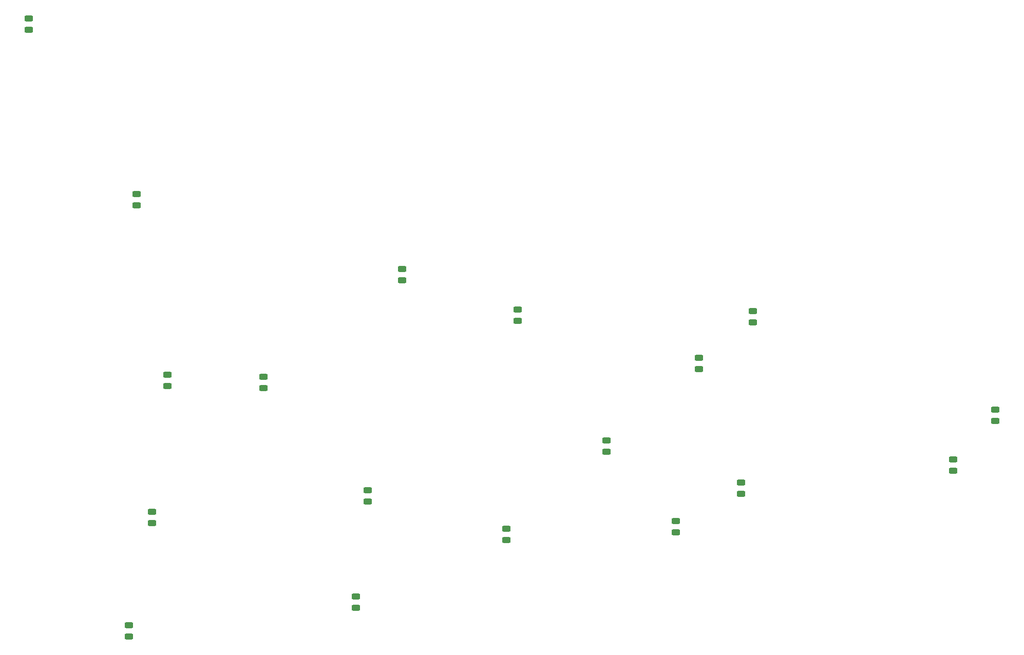
<source format=gbr>
%TF.GenerationSoftware,KiCad,Pcbnew,7.0.6-0*%
%TF.CreationDate,2023-08-23T00:03:35+02:00*%
%TF.ProjectId,tannenbaum,74616e6e-656e-4626-9175-6d2e6b696361,2.0*%
%TF.SameCoordinates,Original*%
%TF.FileFunction,Soldermask,Top*%
%TF.FilePolarity,Negative*%
%FSLAX46Y46*%
G04 Gerber Fmt 4.6, Leading zero omitted, Abs format (unit mm)*
G04 Created by KiCad (PCBNEW 7.0.6-0) date 2023-08-23 00:03:35*
%MOMM*%
%LPD*%
G01*
G04 APERTURE LIST*
G04 Aperture macros list*
%AMRoundRect*
0 Rectangle with rounded corners*
0 $1 Rounding radius*
0 $2 $3 $4 $5 $6 $7 $8 $9 X,Y pos of 4 corners*
0 Add a 4 corners polygon primitive as box body*
4,1,4,$2,$3,$4,$5,$6,$7,$8,$9,$2,$3,0*
0 Add four circle primitives for the rounded corners*
1,1,$1+$1,$2,$3*
1,1,$1+$1,$4,$5*
1,1,$1+$1,$6,$7*
1,1,$1+$1,$8,$9*
0 Add four rect primitives between the rounded corners*
20,1,$1+$1,$2,$3,$4,$5,0*
20,1,$1+$1,$4,$5,$6,$7,0*
20,1,$1+$1,$6,$7,$8,$9,0*
20,1,$1+$1,$8,$9,$2,$3,0*%
G04 Aperture macros list end*
%ADD10RoundRect,0.243750X0.456250X-0.243750X0.456250X0.243750X-0.456250X0.243750X-0.456250X-0.243750X0*%
%ADD11RoundRect,0.243750X-0.456250X0.243750X-0.456250X-0.243750X0.456250X-0.243750X0.456250X0.243750X0*%
G04 APERTURE END LIST*
D10*
%TO.C,D18*%
X187325000Y-77440000D03*
X187325000Y-75565000D03*
%TD*%
%TO.C,D7*%
X121920000Y-124460000D03*
X121920000Y-122585000D03*
%TD*%
D11*
%TO.C,D9*%
X185420000Y-103837500D03*
X185420000Y-105712500D03*
%TD*%
D10*
%TO.C,D4*%
X178435000Y-85090000D03*
X178435000Y-83215000D03*
%TD*%
D11*
%TO.C,D15*%
X146685000Y-111457500D03*
X146685000Y-113332500D03*
%TD*%
D10*
%TO.C,D12*%
X90805000Y-87932500D03*
X90805000Y-86057500D03*
%TD*%
%TO.C,D8*%
X227330000Y-93647500D03*
X227330000Y-91772500D03*
%TD*%
%TO.C,D13*%
X88265000Y-110490000D03*
X88265000Y-108615000D03*
%TD*%
%TO.C,D11*%
X85725000Y-58087500D03*
X85725000Y-56212500D03*
%TD*%
%TO.C,D2*%
X67945000Y-29180000D03*
X67945000Y-27305000D03*
%TD*%
%TO.C,D19*%
X220345000Y-101902500D03*
X220345000Y-100027500D03*
%TD*%
D11*
%TO.C,D5*%
X84455000Y-127332500D03*
X84455000Y-129207500D03*
%TD*%
D10*
%TO.C,D6*%
X106680000Y-88235000D03*
X106680000Y-86360000D03*
%TD*%
%TO.C,D10*%
X163195000Y-98727500D03*
X163195000Y-96852500D03*
%TD*%
%TO.C,D14*%
X123825000Y-106982500D03*
X123825000Y-105107500D03*
%TD*%
D11*
%TO.C,D17*%
X174625000Y-110187500D03*
X174625000Y-112062500D03*
%TD*%
D10*
%TO.C,D3*%
X129540000Y-70455000D03*
X129540000Y-68580000D03*
%TD*%
D11*
%TO.C,D16*%
X148590000Y-75262500D03*
X148590000Y-77137500D03*
%TD*%
M02*

</source>
